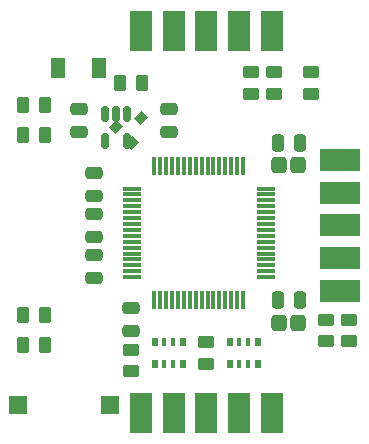
<source format=gtp>
G04 #@! TF.GenerationSoftware,KiCad,Pcbnew,6.0.8-f2edbf62ab~116~ubuntu22.04.1*
G04 #@! TF.CreationDate,2022-10-13T11:50:00+02:00*
G04 #@! TF.ProjectId,Dual USB Controller adapter,4475616c-2055-4534-9220-436f6e74726f,0.3*
G04 #@! TF.SameCoordinates,Original*
G04 #@! TF.FileFunction,Paste,Top*
G04 #@! TF.FilePolarity,Positive*
%FSLAX46Y46*%
G04 Gerber Fmt 4.6, Leading zero omitted, Abs format (unit mm)*
G04 Created by KiCad (PCBNEW 6.0.8-f2edbf62ab~116~ubuntu22.04.1) date 2022-10-13 11:50:00*
%MOMM*%
%LPD*%
G01*
G04 APERTURE LIST*
G04 Aperture macros list*
%AMRoundRect*
0 Rectangle with rounded corners*
0 $1 Rounding radius*
0 $2 $3 $4 $5 $6 $7 $8 $9 X,Y pos of 4 corners*
0 Add a 4 corners polygon primitive as box body*
4,1,4,$2,$3,$4,$5,$6,$7,$8,$9,$2,$3,0*
0 Add four circle primitives for the rounded corners*
1,1,$1+$1,$2,$3*
1,1,$1+$1,$4,$5*
1,1,$1+$1,$6,$7*
1,1,$1+$1,$8,$9*
0 Add four rect primitives between the rounded corners*
20,1,$1+$1,$2,$3,$4,$5,0*
20,1,$1+$1,$4,$5,$6,$7,0*
20,1,$1+$1,$6,$7,$8,$9,0*
20,1,$1+$1,$8,$9,$2,$3,0*%
%AMRotRect*
0 Rectangle, with rotation*
0 The origin of the aperture is its center*
0 $1 length*
0 $2 width*
0 $3 Rotation angle, in degrees counterclockwise*
0 Add horizontal line*
21,1,$1,$2,0,0,$3*%
G04 Aperture macros list end*
%ADD10RotRect,0.900000X0.800000X45.000000*%
%ADD11RoundRect,0.318150X-0.318150X-0.381850X0.318150X-0.381850X0.318150X0.381850X-0.318150X0.381850X0*%
%ADD12RoundRect,0.250000X-0.475000X0.250000X-0.475000X-0.250000X0.475000X-0.250000X0.475000X0.250000X0*%
%ADD13RoundRect,0.150000X-0.150000X0.512500X-0.150000X-0.512500X0.150000X-0.512500X0.150000X0.512500X0*%
%ADD14RoundRect,0.250000X0.475000X-0.250000X0.475000X0.250000X-0.475000X0.250000X-0.475000X-0.250000X0*%
%ADD15RoundRect,0.250000X-0.250000X-0.475000X0.250000X-0.475000X0.250000X0.475000X-0.250000X0.475000X0*%
%ADD16R,1.846667X3.480000*%
%ADD17RoundRect,0.250000X-0.262500X-0.450000X0.262500X-0.450000X0.262500X0.450000X-0.262500X0.450000X0*%
%ADD18R,0.500000X0.800000*%
%ADD19R,0.400000X0.800000*%
%ADD20RoundRect,0.250000X-0.450000X0.262500X-0.450000X-0.262500X0.450000X-0.262500X0.450000X0.262500X0*%
%ADD21R,1.500000X1.500000*%
%ADD22R,1.300000X1.700000*%
%ADD23RoundRect,0.075000X-0.700000X-0.075000X0.700000X-0.075000X0.700000X0.075000X-0.700000X0.075000X0*%
%ADD24RoundRect,0.075000X-0.075000X-0.700000X0.075000X-0.700000X0.075000X0.700000X-0.075000X0.700000X0*%
%ADD25R,3.480000X1.846667*%
%ADD26RoundRect,0.250000X0.450000X-0.262500X0.450000X0.262500X-0.450000X0.262500X-0.450000X-0.262500X0*%
%ADD27RoundRect,0.250000X0.262500X0.450000X-0.262500X0.450000X-0.262500X-0.450000X0.262500X-0.450000X0*%
G04 APERTURE END LIST*
D10*
X178435000Y-72961500D03*
X179778503Y-74305003D03*
X180520965Y-72219038D03*
D11*
X192251300Y-76200000D03*
X193828700Y-76200000D03*
D12*
X175260000Y-71440000D03*
X175260000Y-73340000D03*
D13*
X179385000Y-71887500D03*
X178435000Y-71887500D03*
X177485000Y-71887500D03*
X177485000Y-74162500D03*
X179385000Y-74162500D03*
D12*
X176530000Y-80330000D03*
X176530000Y-82230000D03*
D11*
X192251300Y-89535000D03*
X193828700Y-89535000D03*
D14*
X179705000Y-90182500D03*
X179705000Y-88282500D03*
D15*
X192090000Y-87630000D03*
X193990000Y-87630000D03*
X192090000Y-74295000D03*
X193990000Y-74295000D03*
D16*
X180515000Y-64847500D03*
X183285000Y-64847500D03*
X186055000Y-64847500D03*
X188825000Y-64847500D03*
X191595000Y-64847500D03*
D17*
X170537500Y-88900000D03*
X172362500Y-88900000D03*
D18*
X188030000Y-92975000D03*
D19*
X188830000Y-92975000D03*
X189630000Y-92975000D03*
D18*
X190430000Y-92975000D03*
X190430000Y-91175000D03*
D19*
X189630000Y-91175000D03*
X188830000Y-91175000D03*
D18*
X188030000Y-91175000D03*
D17*
X170537500Y-71120000D03*
X172362500Y-71120000D03*
D20*
X186055000Y-91162500D03*
X186055000Y-92987500D03*
D16*
X180515000Y-97155000D03*
X183285000Y-97155000D03*
X186055000Y-97155000D03*
X188825000Y-97155000D03*
X191595000Y-97155000D03*
D20*
X194945000Y-68302500D03*
X194945000Y-70127500D03*
X179705000Y-91797500D03*
X179705000Y-93622500D03*
D14*
X176530000Y-78752500D03*
X176530000Y-76852500D03*
X176530000Y-85707500D03*
X176530000Y-83807500D03*
D21*
X177890000Y-96520000D03*
X170090000Y-96520000D03*
D22*
X173510000Y-67945000D03*
X177010000Y-67945000D03*
D23*
X179745000Y-78165000D03*
X179745000Y-78665000D03*
X179745000Y-79165000D03*
X179745000Y-79665000D03*
X179745000Y-80165000D03*
X179745000Y-80665000D03*
X179745000Y-81165000D03*
X179745000Y-81665000D03*
X179745000Y-82165000D03*
X179745000Y-82665000D03*
X179745000Y-83165000D03*
X179745000Y-83665000D03*
X179745000Y-84165000D03*
X179745000Y-84665000D03*
X179745000Y-85165000D03*
X179745000Y-85665000D03*
D24*
X181670000Y-87590000D03*
X182170000Y-87590000D03*
X182670000Y-87590000D03*
X183170000Y-87590000D03*
X183670000Y-87590000D03*
X184170000Y-87590000D03*
X184670000Y-87590000D03*
X185170000Y-87590000D03*
X185670000Y-87590000D03*
X186170000Y-87590000D03*
X186670000Y-87590000D03*
X187170000Y-87590000D03*
X187670000Y-87590000D03*
X188170000Y-87590000D03*
X188670000Y-87590000D03*
X189170000Y-87590000D03*
D23*
X191095000Y-85665000D03*
X191095000Y-85165000D03*
X191095000Y-84665000D03*
X191095000Y-84165000D03*
X191095000Y-83665000D03*
X191095000Y-83165000D03*
X191095000Y-82665000D03*
X191095000Y-82165000D03*
X191095000Y-81665000D03*
X191095000Y-81165000D03*
X191095000Y-80665000D03*
X191095000Y-80165000D03*
X191095000Y-79665000D03*
X191095000Y-79165000D03*
X191095000Y-78665000D03*
X191095000Y-78165000D03*
D24*
X189170000Y-76240000D03*
X188670000Y-76240000D03*
X188170000Y-76240000D03*
X187670000Y-76240000D03*
X187170000Y-76240000D03*
X186670000Y-76240000D03*
X186170000Y-76240000D03*
X185670000Y-76240000D03*
X185170000Y-76240000D03*
X184670000Y-76240000D03*
X184170000Y-76240000D03*
X183670000Y-76240000D03*
X183170000Y-76240000D03*
X182670000Y-76240000D03*
X182170000Y-76240000D03*
X181670000Y-76240000D03*
D12*
X182880000Y-71440000D03*
X182880000Y-73340000D03*
D18*
X181680000Y-92975000D03*
D19*
X182480000Y-92975000D03*
X183280000Y-92975000D03*
D18*
X184080000Y-92975000D03*
X184080000Y-91175000D03*
D19*
X183280000Y-91175000D03*
X182480000Y-91175000D03*
D18*
X181680000Y-91175000D03*
D17*
X170537500Y-91440000D03*
X172362500Y-91440000D03*
X170537500Y-73660000D03*
X172362500Y-73660000D03*
D25*
X197407500Y-75740000D03*
X197407500Y-78510000D03*
X197407500Y-81280000D03*
X197407500Y-84050000D03*
X197407500Y-86820000D03*
D26*
X196215000Y-91082500D03*
X196215000Y-89257500D03*
X189865000Y-70127500D03*
X189865000Y-68302500D03*
X198120000Y-91082500D03*
X198120000Y-89257500D03*
X191770000Y-70127500D03*
X191770000Y-68302500D03*
D27*
X180617500Y-69215000D03*
X178792500Y-69215000D03*
M02*

</source>
